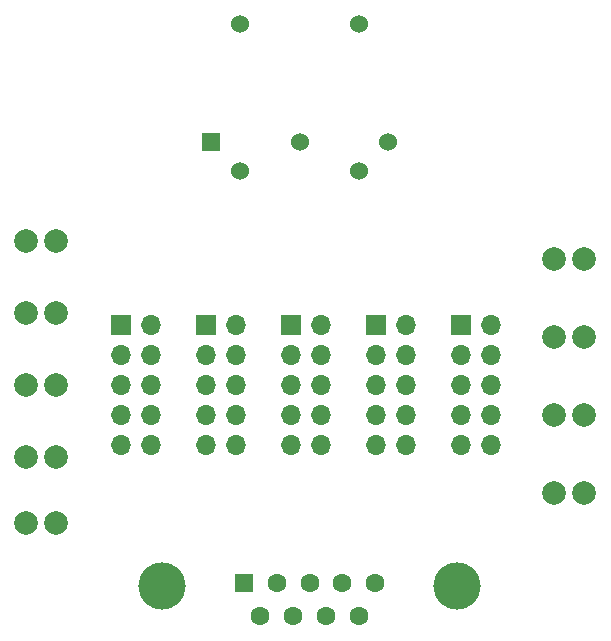
<source format=gbr>
%TF.GenerationSoftware,KiCad,Pcbnew,8.0.2*%
%TF.CreationDate,2024-08-10T15:59:04+02:00*%
%TF.ProjectId,p2000m-mda-interface,70323030-306d-42d6-9d64-612d696e7465,rev?*%
%TF.SameCoordinates,Original*%
%TF.FileFunction,Soldermask,Bot*%
%TF.FilePolarity,Negative*%
%FSLAX46Y46*%
G04 Gerber Fmt 4.6, Leading zero omitted, Abs format (unit mm)*
G04 Created by KiCad (PCBNEW 8.0.2) date 2024-08-10 15:59:04*
%MOMM*%
%LPD*%
G01*
G04 APERTURE LIST*
%ADD10C,2.000000*%
%ADD11R,1.700000X1.700000*%
%ADD12O,1.700000X1.700000*%
%ADD13C,1.524000*%
%ADD14R,1.524000X1.524000*%
%ADD15C,4.000000*%
%ADD16R,1.600000X1.600000*%
%ADD17C,1.600000*%
G04 APERTURE END LIST*
D10*
%TO.C,TP9*%
X64516000Y-61976000D03*
X67056000Y-61976000D03*
%TD*%
%TO.C,TP8*%
X19812000Y-64516000D03*
X22352000Y-64516000D03*
%TD*%
%TO.C,TP7*%
X19812000Y-58928000D03*
X22352000Y-58928000D03*
%TD*%
%TO.C,TP6*%
X19812000Y-52832000D03*
X22352000Y-52832000D03*
%TD*%
%TO.C,TP5*%
X19812000Y-46736000D03*
X22352000Y-46736000D03*
%TD*%
%TO.C,TP4*%
X19812000Y-40640000D03*
X22352000Y-40640000D03*
%TD*%
%TO.C,TP3*%
X64516000Y-55372000D03*
X67056000Y-55372000D03*
%TD*%
%TO.C,TP2*%
X64516000Y-48768000D03*
X67056000Y-48768000D03*
%TD*%
%TO.C,TP1*%
X64516000Y-42164000D03*
X67056000Y-42164000D03*
%TD*%
D11*
%TO.C,J7*%
X56652000Y-47752000D03*
D12*
X59192000Y-47752000D03*
X56652000Y-50292000D03*
X59192000Y-50292000D03*
X56652000Y-52832000D03*
X59192000Y-52832000D03*
X56652000Y-55372000D03*
X59192000Y-55372000D03*
X56652000Y-57912000D03*
X59192000Y-57912000D03*
%TD*%
D11*
%TO.C,J6*%
X49452000Y-47752000D03*
D12*
X51992000Y-47752000D03*
X49452000Y-50292000D03*
X51992000Y-50292000D03*
X49452000Y-52832000D03*
X51992000Y-52832000D03*
X49452000Y-55372000D03*
X51992000Y-55372000D03*
X49452000Y-57912000D03*
X51992000Y-57912000D03*
%TD*%
D11*
%TO.C,J5*%
X42252000Y-47752000D03*
D12*
X44792000Y-47752000D03*
X42252000Y-50292000D03*
X44792000Y-50292000D03*
X42252000Y-52832000D03*
X44792000Y-52832000D03*
X42252000Y-55372000D03*
X44792000Y-55372000D03*
X42252000Y-57912000D03*
X44792000Y-57912000D03*
%TD*%
D11*
%TO.C,J4*%
X35052000Y-47752000D03*
D12*
X37592000Y-47752000D03*
X35052000Y-50292000D03*
X37592000Y-50292000D03*
X35052000Y-52832000D03*
X37592000Y-52832000D03*
X35052000Y-55372000D03*
X37592000Y-55372000D03*
X35052000Y-57912000D03*
X37592000Y-57912000D03*
%TD*%
D11*
%TO.C,J3*%
X27852000Y-47752000D03*
D12*
X30392000Y-47752000D03*
X27852000Y-50292000D03*
X30392000Y-50292000D03*
X27852000Y-52832000D03*
X30392000Y-52832000D03*
X27852000Y-55372000D03*
X30392000Y-55372000D03*
X27852000Y-57912000D03*
X30392000Y-57912000D03*
%TD*%
D13*
%TO.C,J2*%
X37942500Y-22210000D03*
X47942500Y-22210000D03*
D14*
X35442500Y-32210000D03*
D13*
X42942500Y-32210000D03*
X50442500Y-32210000D03*
X37942500Y-34710000D03*
X47942500Y-34710000D03*
%TD*%
D15*
%TO.C,J1*%
X31287500Y-69845000D03*
X56287500Y-69845000D03*
D16*
X38247500Y-69545000D03*
D17*
X41017500Y-69545000D03*
X43787500Y-69545000D03*
X46557500Y-69545000D03*
X49327500Y-69545000D03*
X39632500Y-72385000D03*
X42402500Y-72385000D03*
X45172500Y-72385000D03*
X47942500Y-72385000D03*
%TD*%
M02*

</source>
